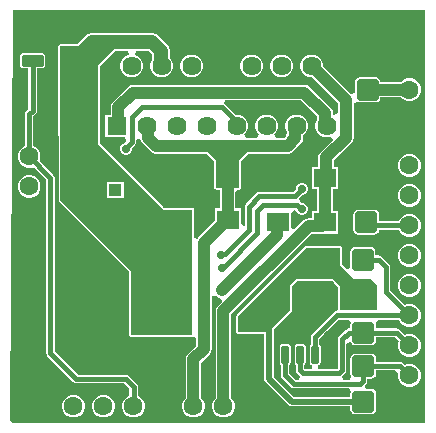
<source format=gtl>
G04*
G04 #@! TF.GenerationSoftware,Altium Limited,Altium Designer,24.6.1 (21)*
G04*
G04 Layer_Physical_Order=1*
G04 Layer_Color=255*
%FSLAX26Y26*%
%MOIN*%
G70*
G04*
G04 #@! TF.SameCoordinates,A2FE4C0D-9988-4D7F-9E23-C7A6D8233F7C*
G04*
G04*
G04 #@! TF.FilePolarity,Positive*
G04*
G01*
G75*
G04:AMPARAMS|DCode=27|XSize=70.866mil|YSize=72.441mil|CornerRadius=8.858mil|HoleSize=0mil|Usage=FLASHONLY|Rotation=270.000|XOffset=0mil|YOffset=0mil|HoleType=Round|Shape=RoundedRectangle|*
%AMROUNDEDRECTD27*
21,1,0.070866,0.054724,0,0,270.0*
21,1,0.053150,0.072441,0,0,270.0*
1,1,0.017716,-0.027362,-0.026575*
1,1,0.017716,-0.027362,0.026575*
1,1,0.017716,0.027362,0.026575*
1,1,0.017716,0.027362,-0.026575*
%
%ADD27ROUNDEDRECTD27*%
G04:AMPARAMS|DCode=28|XSize=70.866mil|YSize=72.441mil|CornerRadius=8.858mil|HoleSize=0mil|Usage=FLASHONLY|Rotation=180.000|XOffset=0mil|YOffset=0mil|HoleType=Round|Shape=RoundedRectangle|*
%AMROUNDEDRECTD28*
21,1,0.070866,0.054724,0,0,180.0*
21,1,0.053150,0.072441,0,0,180.0*
1,1,0.017716,-0.026575,0.027362*
1,1,0.017716,0.026575,0.027362*
1,1,0.017716,0.026575,-0.027362*
1,1,0.017716,-0.026575,-0.027362*
%
%ADD28ROUNDEDRECTD28*%
G04:AMPARAMS|DCode=29|XSize=39.37mil|YSize=70.866mil|CornerRadius=4.921mil|HoleSize=0mil|Usage=FLASHONLY|Rotation=90.000|XOffset=0mil|YOffset=0mil|HoleType=Round|Shape=RoundedRectangle|*
%AMROUNDEDRECTD29*
21,1,0.039370,0.061024,0,0,90.0*
21,1,0.029528,0.070866,0,0,90.0*
1,1,0.009842,0.030512,0.014764*
1,1,0.009842,0.030512,-0.014764*
1,1,0.009842,-0.030512,-0.014764*
1,1,0.009842,-0.030512,0.014764*
%
%ADD29ROUNDEDRECTD29*%
G04:AMPARAMS|DCode=30|XSize=23.622mil|YSize=57.087mil|CornerRadius=2.953mil|HoleSize=0mil|Usage=FLASHONLY|Rotation=180.000|XOffset=0mil|YOffset=0mil|HoleType=Round|Shape=RoundedRectangle|*
%AMROUNDEDRECTD30*
21,1,0.023622,0.051181,0,0,180.0*
21,1,0.017716,0.057087,0,0,180.0*
1,1,0.005906,-0.008858,0.025590*
1,1,0.005906,0.008858,0.025590*
1,1,0.005906,0.008858,-0.025590*
1,1,0.005906,-0.008858,-0.025590*
%
%ADD30ROUNDEDRECTD30*%
%ADD31R,0.074803X0.062992*%
%ADD32C,0.015748*%
%ADD33C,0.019685*%
%ADD34C,0.039370*%
%ADD35C,0.047244*%
%ADD36O,0.078740X0.157480*%
%ADD37O,0.157480X0.078740*%
%ADD38R,0.043307X0.043307*%
%ADD39C,0.043307*%
%ADD40C,0.062992*%
%ADD41R,0.063779X0.063779*%
%ADD42C,0.063779*%
%ADD43C,0.027559*%
G36*
X1387795Y11811D02*
X12606Y11811D01*
X4278Y20186D01*
X12116Y1387795D01*
X1387795D01*
Y11811D01*
D02*
G37*
%LPC*%
G36*
X916198Y1238677D02*
X901125D01*
X887199Y1232909D01*
X876540Y1222250D01*
X870772Y1208324D01*
Y1193251D01*
X876540Y1179325D01*
X887199Y1168666D01*
X901125Y1162898D01*
X916198D01*
X930124Y1168666D01*
X940783Y1179325D01*
X946551Y1193251D01*
Y1208324D01*
X940783Y1222250D01*
X930124Y1232909D01*
X916198Y1238677D01*
D02*
G37*
G36*
X816198D02*
X801125D01*
X787199Y1232909D01*
X776540Y1222250D01*
X770772Y1208324D01*
Y1193251D01*
X776540Y1179325D01*
X787199Y1168666D01*
X801125Y1162898D01*
X816198D01*
X830124Y1168666D01*
X840783Y1179325D01*
X846551Y1193251D01*
Y1208324D01*
X840783Y1222250D01*
X830124Y1232909D01*
X816198Y1238677D01*
D02*
G37*
G36*
X616198D02*
X601125D01*
X587199Y1232909D01*
X576540Y1222250D01*
X570772Y1208324D01*
Y1193251D01*
X576540Y1179325D01*
X587199Y1168666D01*
X601125Y1162898D01*
X616198D01*
X630124Y1168666D01*
X640783Y1179325D01*
X646551Y1193251D01*
Y1208324D01*
X640783Y1222250D01*
X630124Y1232909D01*
X616198Y1238677D01*
D02*
G37*
G36*
X477823Y1309730D02*
X477822Y1309730D01*
X275591D01*
X264033Y1307431D01*
X254234Y1300884D01*
X254234Y1300884D01*
X226596Y1273245D01*
X170257D01*
X165665Y1271343D01*
X163762Y1266751D01*
Y1184074D01*
X163766Y1184066D01*
X163762Y1184059D01*
X164729Y753959D01*
X165679Y751681D01*
X166631Y749381D01*
X399983Y516029D01*
Y305118D01*
X401885Y300526D01*
X406477Y298624D01*
X610236D01*
X611607Y299191D01*
X623418Y293684D01*
Y268328D01*
X596049Y240959D01*
X590372Y232463D01*
X588379Y222441D01*
X588379Y222440D01*
Y93768D01*
X582779Y88169D01*
X577071Y74388D01*
Y59471D01*
X582779Y45689D01*
X593327Y35142D01*
X607109Y29433D01*
X622025D01*
X635807Y35142D01*
X646355Y45689D01*
X652063Y59471D01*
Y74388D01*
X646355Y88169D01*
X640755Y93768D01*
Y211593D01*
X668124Y238963D01*
X673801Y247459D01*
X675795Y257480D01*
X675794Y257481D01*
Y434159D01*
X687606Y437742D01*
X689663Y434663D01*
X698159Y428986D01*
X704662Y427692D01*
X709083Y417952D01*
X709314Y415641D01*
X696049Y402376D01*
X690372Y393880D01*
X688379Y383858D01*
X688379Y383858D01*
Y93768D01*
X682779Y88169D01*
X677071Y74388D01*
Y59471D01*
X682779Y45689D01*
X693327Y35142D01*
X707109Y29433D01*
X722025D01*
X735807Y35142D01*
X746355Y45689D01*
X752063Y59471D01*
Y74388D01*
X746355Y88169D01*
X740755Y93768D01*
Y373011D01*
X1008879Y641135D01*
X1041338D01*
X1041339Y641135D01*
X1043869Y641638D01*
X1096551D01*
Y716630D01*
X1079338D01*
Y789276D01*
X1096551D01*
Y864268D01*
X1083449D01*
Y885413D01*
X1140565Y942529D01*
X1140565Y942529D01*
X1146242Y951025D01*
X1148236Y961047D01*
X1148235Y961048D01*
Y1076341D01*
X1149728Y1077598D01*
X1160046Y1081573D01*
X1161840Y1080374D01*
X1167638Y1079221D01*
X1222362D01*
X1228160Y1080374D01*
X1233074Y1083658D01*
X1236358Y1088573D01*
X1237512Y1094370D01*
Y1095859D01*
X1307806D01*
X1313406Y1090260D01*
X1327187Y1084551D01*
X1342104D01*
X1355886Y1090260D01*
X1366433Y1100807D01*
X1372142Y1114589D01*
Y1129506D01*
X1366433Y1143287D01*
X1355886Y1153835D01*
X1342104Y1159543D01*
X1327187D01*
X1313406Y1153835D01*
X1307806Y1148235D01*
X1237369D01*
X1236358Y1153317D01*
X1233074Y1158232D01*
X1228160Y1161516D01*
X1222362Y1162669D01*
X1167638D01*
X1161840Y1161516D01*
X1156926Y1158232D01*
X1153642Y1153317D01*
X1152488Y1147520D01*
Y1109334D01*
X1140678Y1105751D01*
X1140565Y1105919D01*
X1140565Y1105920D01*
X1046551Y1199934D01*
Y1208324D01*
X1040783Y1222250D01*
X1030124Y1232909D01*
X1016198Y1238677D01*
X1001125D01*
X987199Y1232909D01*
X976540Y1222250D01*
X970772Y1208324D01*
Y1193251D01*
X976540Y1179325D01*
X987199Y1168666D01*
X1001125Y1162898D01*
X1009515D01*
X1095859Y1076554D01*
Y1043649D01*
X1084048Y1037476D01*
X1080179Y1040167D01*
Y1042465D01*
X1080179Y1042466D01*
X1078186Y1052488D01*
X1072509Y1060984D01*
X1072508Y1060984D01*
X1002770Y1130723D01*
X994274Y1136399D01*
X984252Y1138393D01*
X984252Y1138393D01*
X413386D01*
X413386Y1138393D01*
X403364Y1136399D01*
X394868Y1130723D01*
X394868Y1130722D01*
X346075Y1081930D01*
X340398Y1073434D01*
X338405Y1063412D01*
X338405Y1063411D01*
Y1038677D01*
X320772D01*
Y962898D01*
X384728D01*
X390042Y951648D01*
X386065Y944779D01*
X378796Y941768D01*
X373232Y936204D01*
X370221Y928934D01*
Y921066D01*
X373232Y913796D01*
X378796Y908232D01*
X386066Y905221D01*
X393934D01*
X401204Y908232D01*
X406768Y913796D01*
X409779Y921066D01*
Y927970D01*
X420003Y938193D01*
X423069Y942783D01*
X424146Y948196D01*
Y953470D01*
X435957Y959373D01*
X437888Y957924D01*
X439137Y951646D01*
X444814Y943150D01*
X471482Y916482D01*
X471482Y916482D01*
X479978Y910805D01*
X490000Y908812D01*
X490000Y908812D01*
X656807D01*
X681992Y883626D01*
X683045Y795198D01*
X684008Y792949D01*
X684945Y790688D01*
Y789276D01*
X688345D01*
X689539Y788781D01*
X702158D01*
Y726472D01*
X684945D01*
Y683030D01*
X631088Y629174D01*
X628542Y625362D01*
X616731Y628945D01*
Y721958D01*
X614828Y726550D01*
X610236Y728452D01*
X517695Y728452D01*
X301770Y944378D01*
X301770Y1198097D01*
X352998Y1249325D01*
X395968D01*
X398317Y1237514D01*
X387199Y1232909D01*
X376540Y1222250D01*
X370772Y1208324D01*
Y1193251D01*
X376540Y1179325D01*
X387199Y1168666D01*
X401125Y1162898D01*
X416198D01*
X430124Y1168666D01*
X440783Y1179325D01*
X446551Y1193251D01*
Y1208324D01*
X440783Y1222250D01*
X430124Y1232909D01*
X419005Y1237514D01*
X421355Y1249325D01*
X465312D01*
X475295Y1239342D01*
Y1219245D01*
X470772Y1208324D01*
Y1193251D01*
X476540Y1179325D01*
X487199Y1168666D01*
X501125Y1162898D01*
X516198D01*
X530124Y1168666D01*
X540783Y1179325D01*
X546551Y1193251D01*
Y1208324D01*
X540783Y1222250D01*
X535700Y1227333D01*
Y1251852D01*
X535700Y1251853D01*
X533401Y1263410D01*
X526854Y1273209D01*
X526854Y1273209D01*
X499179Y1300884D01*
X489380Y1307431D01*
X477823Y1309730D01*
D02*
G37*
G36*
X1342104Y907181D02*
X1327187D01*
X1313406Y901473D01*
X1302858Y890925D01*
X1297150Y877143D01*
Y862227D01*
X1302858Y848445D01*
X1313406Y837897D01*
X1327187Y832189D01*
X1342104D01*
X1355886Y837897D01*
X1366433Y848445D01*
X1372142Y862227D01*
Y877143D01*
X1366433Y890925D01*
X1355886Y901473D01*
X1342104Y907181D01*
D02*
G37*
G36*
X74388Y836709D02*
X59471D01*
X45689Y831000D01*
X35142Y820452D01*
X29433Y806671D01*
Y791754D01*
X35142Y777973D01*
X45689Y767425D01*
X59471Y761717D01*
X74388D01*
X88169Y767425D01*
X98717Y777973D01*
X104425Y791754D01*
Y806671D01*
X98717Y820452D01*
X88169Y831000D01*
X74388Y836709D01*
D02*
G37*
G36*
X1342104Y807181D02*
X1327187D01*
X1313406Y801473D01*
X1302858Y790925D01*
X1297150Y777143D01*
Y762227D01*
X1302858Y748445D01*
X1313406Y737897D01*
X1327187Y732189D01*
X1342104D01*
X1355886Y737897D01*
X1366433Y748445D01*
X1372142Y762227D01*
Y777143D01*
X1366433Y790925D01*
X1355886Y801473D01*
X1342104Y807181D01*
D02*
G37*
G36*
X1217362Y721724D02*
X1162638D01*
X1156840Y720571D01*
X1151926Y717287D01*
X1148642Y712372D01*
X1147488Y706575D01*
Y653425D01*
X1148642Y647628D01*
X1151926Y642713D01*
X1156840Y639429D01*
X1162638Y638276D01*
X1217362D01*
X1223160Y639429D01*
X1228074Y642713D01*
X1231358Y647628D01*
X1232512Y653425D01*
Y655145D01*
X1300083D01*
X1302858Y648445D01*
X1313406Y637897D01*
X1327187Y632189D01*
X1342104D01*
X1355886Y637897D01*
X1366433Y648445D01*
X1372142Y662227D01*
Y677143D01*
X1366433Y690925D01*
X1355886Y701473D01*
X1342104Y707181D01*
X1327187D01*
X1313406Y701473D01*
X1302858Y690925D01*
X1299757Y683437D01*
X1232512D01*
Y706575D01*
X1231358Y712372D01*
X1228074Y717287D01*
X1223160Y720571D01*
X1217362Y721724D01*
D02*
G37*
G36*
X1342104Y607181D02*
X1327187D01*
X1313406Y601473D01*
X1302858Y590925D01*
X1297150Y577143D01*
Y562227D01*
X1302858Y548445D01*
X1313406Y537897D01*
X1327187Y532189D01*
X1342104D01*
X1355886Y537897D01*
X1366433Y548445D01*
X1372142Y562227D01*
Y577143D01*
X1366433Y590925D01*
X1355886Y601473D01*
X1342104Y607181D01*
D02*
G37*
G36*
Y507181D02*
X1327187D01*
X1313406Y501473D01*
X1302858Y490925D01*
X1297150Y477143D01*
Y462227D01*
X1302858Y448445D01*
X1313406Y437897D01*
X1327187Y432189D01*
X1342104D01*
X1355886Y437897D01*
X1366433Y448445D01*
X1372142Y462227D01*
Y477143D01*
X1366433Y490925D01*
X1355886Y501473D01*
X1342104Y507181D01*
D02*
G37*
G36*
X1102362Y600983D02*
X992126D01*
X987534Y599080D01*
X759187Y370734D01*
X757285Y366142D01*
Y314961D01*
X759187Y310368D01*
X763779Y308466D01*
X849989D01*
Y158858D01*
X851218Y152677D01*
X854720Y147436D01*
X931688Y70468D01*
X936929Y66966D01*
X943110Y65737D01*
X1137488D01*
Y55315D01*
X1138642Y49518D01*
X1141926Y44603D01*
X1146840Y41319D01*
X1152638Y40166D01*
X1207362D01*
X1213160Y41319D01*
X1218074Y44603D01*
X1221358Y49518D01*
X1222512Y55315D01*
Y108465D01*
X1221358Y114262D01*
X1218074Y119177D01*
X1213160Y122461D01*
X1207362Y123614D01*
X1191097D01*
X1186205Y135425D01*
X1190003Y139222D01*
X1193069Y143812D01*
X1194146Y149225D01*
Y158276D01*
X1207362D01*
X1213160Y159429D01*
X1218074Y162713D01*
X1221358Y167628D01*
X1222512Y173425D01*
Y185854D01*
X1287974D01*
X1297150Y177143D01*
Y162227D01*
X1302858Y148445D01*
X1313406Y137897D01*
X1327187Y132189D01*
X1342104D01*
X1355886Y137897D01*
X1366433Y148445D01*
X1372142Y162227D01*
Y177143D01*
X1366433Y190925D01*
X1355886Y201473D01*
X1342104Y207181D01*
X1327187D01*
X1318303Y203501D01*
X1311801Y210003D01*
X1307212Y213069D01*
X1301799Y214146D01*
X1222512D01*
Y226575D01*
X1221358Y232372D01*
X1218074Y237287D01*
X1213160Y240571D01*
X1207362Y241724D01*
X1152638D01*
X1146840Y240571D01*
X1141926Y237287D01*
X1138642Y232372D01*
X1137488Y226575D01*
Y173425D01*
X1138642Y167628D01*
X1139758Y165957D01*
X1135592Y155380D01*
X1134526Y154146D01*
X1112332D01*
X1109209Y165957D01*
X1111014Y167163D01*
X1120239Y176388D01*
X1123305Y180977D01*
X1124382Y186390D01*
Y274704D01*
X1127411Y276685D01*
X1138642Y279517D01*
X1141926Y274603D01*
X1146840Y271319D01*
X1152638Y270166D01*
X1207362D01*
X1213160Y271319D01*
X1218074Y274603D01*
X1221358Y279518D01*
X1222512Y285315D01*
Y297744D01*
X1286582D01*
X1300088Y284237D01*
X1297150Y277143D01*
Y262227D01*
X1302858Y248445D01*
X1313406Y237897D01*
X1327187Y232189D01*
X1342104D01*
X1355886Y237897D01*
X1366433Y248445D01*
X1372142Y262227D01*
Y277143D01*
X1366433Y290925D01*
X1355886Y301473D01*
X1342104Y307181D01*
X1327187D01*
X1320093Y304243D01*
X1302444Y321892D01*
X1297854Y324959D01*
X1292441Y326036D01*
X1222512D01*
Y338465D01*
X1221465Y343728D01*
X1221418Y344363D01*
X1228028Y355539D01*
X1299920D01*
X1302858Y348445D01*
X1313406Y337897D01*
X1327187Y332189D01*
X1342104D01*
X1355886Y337897D01*
X1366433Y348445D01*
X1372142Y362227D01*
Y377143D01*
X1366433Y390925D01*
X1355886Y401473D01*
X1342104Y407181D01*
X1327187D01*
X1320093Y404243D01*
X1270051Y454285D01*
Y531496D01*
X1268975Y536909D01*
X1265908Y541499D01*
X1242404Y565003D01*
X1237815Y568069D01*
X1232402Y569146D01*
X1220779D01*
Y582362D01*
X1219626Y588160D01*
X1216342Y593074D01*
X1211427Y596358D01*
X1205630Y597511D01*
X1152480D01*
X1146683Y596358D01*
X1141768Y593074D01*
X1138484Y588160D01*
X1137331Y582362D01*
Y528557D01*
X1135220Y526751D01*
X1126218Y522967D01*
X1108857Y540328D01*
Y594488D01*
X1106954Y599080D01*
X1102362Y600983D01*
D02*
G37*
G36*
X109252Y1244403D02*
X48228D01*
X43967Y1243555D01*
X40355Y1241142D01*
X37941Y1237529D01*
X37093Y1233268D01*
Y1203740D01*
X37941Y1199479D01*
X40355Y1195866D01*
X43967Y1193453D01*
X48228Y1192605D01*
X64594D01*
Y1057041D01*
X56926Y1049373D01*
X53860Y1044783D01*
X52783Y1039370D01*
Y933939D01*
X45689Y931000D01*
X35142Y920452D01*
X29433Y906671D01*
Y891754D01*
X35142Y877973D01*
X45689Y867425D01*
X59471Y861717D01*
X74388D01*
X81481Y864655D01*
X123650Y822487D01*
Y244095D01*
X124726Y238681D01*
X127793Y234092D01*
X214407Y147478D01*
X218996Y144411D01*
X224410Y143334D01*
X383904D01*
X400854Y126385D01*
Y101835D01*
X393327Y98717D01*
X382779Y88169D01*
X377071Y74388D01*
Y59471D01*
X382779Y45689D01*
X393327Y35142D01*
X407108Y29433D01*
X422025D01*
X435807Y35142D01*
X446354Y45689D01*
X452063Y59471D01*
Y74388D01*
X446354Y88169D01*
X435807Y98717D01*
X429146Y101476D01*
Y132244D01*
X428069Y137658D01*
X425003Y142247D01*
X399767Y167483D01*
X395177Y170549D01*
X389764Y171626D01*
X230269D01*
X151941Y249954D01*
Y828346D01*
X150864Y833760D01*
X147798Y838349D01*
X101487Y884660D01*
X104425Y891754D01*
Y906671D01*
X98717Y920452D01*
X88169Y931000D01*
X81075Y933939D01*
Y1033511D01*
X88743Y1041178D01*
X91809Y1045768D01*
X92886Y1051181D01*
Y1192605D01*
X109252D01*
X113513Y1193453D01*
X117126Y1195866D01*
X119540Y1199479D01*
X120387Y1203740D01*
Y1233268D01*
X119540Y1237529D01*
X117126Y1241142D01*
X113513Y1243555D01*
X109252Y1244403D01*
D02*
G37*
G36*
X322025Y104425D02*
X307108D01*
X293327Y98717D01*
X282779Y88169D01*
X277071Y74388D01*
Y59471D01*
X282779Y45689D01*
X293327Y35142D01*
X307108Y29433D01*
X322025D01*
X335807Y35142D01*
X346354Y45689D01*
X352063Y59471D01*
Y74388D01*
X346354Y88169D01*
X335807Y98717D01*
X322025Y104425D01*
D02*
G37*
G36*
X222025D02*
X207108D01*
X193327Y98717D01*
X182779Y88169D01*
X177071Y74388D01*
Y59471D01*
X182779Y45689D01*
X193327Y35142D01*
X207108Y29433D01*
X222025D01*
X235807Y35142D01*
X246355Y45689D01*
X252063Y59471D01*
Y74388D01*
X246355Y88169D01*
X235807Y98717D01*
X222025Y104425D01*
D02*
G37*
%LPD*%
G36*
X1025182Y1034238D02*
X1026540Y1022250D01*
X1020772Y1008324D01*
Y993251D01*
X1026540Y979325D01*
X1037199Y968666D01*
X1051125Y962898D01*
X1066198D01*
X1072959Y965698D01*
X1079650Y955685D01*
X1038743Y914778D01*
X1033066Y906282D01*
X1031072Y896260D01*
X1031072Y896260D01*
Y864268D01*
X1009748D01*
Y789276D01*
X1026961D01*
Y716630D01*
X1009748D01*
Y693511D01*
X998032D01*
X988010Y691518D01*
X979514Y685841D01*
X979514Y685841D01*
X949983Y656310D01*
X939071Y660830D01*
Y712150D01*
X939213Y712359D01*
X949023Y721119D01*
X949516Y721077D01*
X957334Y718700D01*
X959610Y713205D01*
X965174Y707641D01*
X972444Y704630D01*
X980312D01*
X987582Y707641D01*
X993146Y713205D01*
X996158Y720475D01*
Y728344D01*
X993146Y735614D01*
X987582Y741178D01*
X980312Y744189D01*
X975253D01*
X971250Y748192D01*
X970115Y748950D01*
X967731Y760222D01*
X968066Y763021D01*
X976604Y771559D01*
X980312D01*
X987582Y774570D01*
X993146Y780134D01*
X996158Y787404D01*
Y795273D01*
X993146Y802543D01*
X987582Y808107D01*
X980312Y811118D01*
X972444D01*
X965174Y808107D01*
X959610Y802543D01*
X956598Y795273D01*
Y791564D01*
X946896Y781862D01*
X834646D01*
X829232Y780785D01*
X824643Y777719D01*
X789210Y742286D01*
X786144Y737697D01*
X785067Y732284D01*
Y670055D01*
X783559Y669047D01*
X771748Y675360D01*
Y726472D01*
X754535D01*
Y780429D01*
X762886Y788781D01*
X767717Y788781D01*
X767717Y788782D01*
X768910Y789275D01*
X771748D01*
X774211Y795275D01*
X774211Y800067D01*
X774211Y884121D01*
X798902Y908812D01*
X928448D01*
X928449Y908812D01*
X938471Y910805D01*
X946967Y916482D01*
X972509Y942024D01*
X972509Y942024D01*
X978186Y950520D01*
X980179Y960542D01*
Y968721D01*
X990783Y979325D01*
X996551Y993251D01*
Y1008324D01*
X990783Y1022250D01*
X980124Y1032909D01*
X966198Y1038677D01*
X951125D01*
X937199Y1032909D01*
X926540Y1022250D01*
X920772Y1008324D01*
Y993251D01*
X926540Y979325D01*
X924169Y967756D01*
X917601Y961188D01*
X889350D01*
X884457Y972999D01*
X890783Y979325D01*
X896551Y993251D01*
Y1008324D01*
X890783Y1022250D01*
X880124Y1032909D01*
X866198Y1038677D01*
X851125D01*
X837199Y1032909D01*
X826540Y1022250D01*
X820772Y1008324D01*
Y993251D01*
X826540Y979325D01*
X832865Y972999D01*
X827973Y961188D01*
X789350D01*
X784457Y972999D01*
X790783Y979325D01*
X796551Y993251D01*
Y1008324D01*
X790783Y1022250D01*
X780124Y1032909D01*
X766198Y1038677D01*
X753966D01*
X719648Y1072995D01*
X717836Y1074206D01*
X720943Y1086016D01*
X973404D01*
X1025182Y1034238D01*
D02*
G37*
G36*
X804331Y923425D02*
X767716Y886811D01*
X767716Y795276D01*
X689539D01*
X688455Y886348D01*
X650591Y924212D01*
Y952756D01*
X804331D01*
Y923425D01*
D02*
G37*
G36*
X354331Y1259842D02*
X295276Y1200787D01*
X295276Y941688D01*
X515005Y721958D01*
X610236Y721958D01*
Y305118D01*
X406477D01*
Y518719D01*
X171223Y753973D01*
X170257Y1184074D01*
Y1266751D01*
X295276D01*
X298210Y1269685D01*
X354331D01*
Y1259842D01*
D02*
G37*
%LPC*%
G36*
X381984Y815055D02*
X326677D01*
Y759748D01*
X381984D01*
Y815055D01*
D02*
G37*
%LPD*%
G36*
X1102362Y537638D02*
X1147874Y492126D01*
X1204724D01*
X1226000Y470850D01*
Y385827D01*
X1102362D01*
Y466638D01*
X1087175Y481825D01*
X1085313Y484612D01*
X1082525Y486475D01*
X1076874Y492126D01*
X960630Y492126D01*
X937992Y469488D01*
Y388632D01*
X867829Y314961D01*
X763779D01*
Y366142D01*
X992126Y594488D01*
X1102362D01*
Y537638D01*
D02*
G37*
G36*
X1138582Y344363D02*
X1138535Y343728D01*
X1137488Y338465D01*
Y326036D01*
X1131890D01*
X1126476Y324959D01*
X1121887Y321892D01*
X1100234Y300239D01*
X1097167Y295650D01*
X1096090Y290236D01*
Y192250D01*
X1095152Y191311D01*
X1029831D01*
X1028858Y202719D01*
X1035710Y205557D01*
X1038549Y212410D01*
Y263591D01*
X1035710Y270443D01*
X1034146Y271091D01*
Y292141D01*
X1097544Y355539D01*
X1131972D01*
X1138582Y344363D01*
D02*
G37*
G36*
X1077933Y481882D02*
X1078548Y481628D01*
X1078917Y481075D01*
X1080631Y479930D01*
X1081776Y478216D01*
X1082329Y477847D01*
X1082583Y477232D01*
X1095868Y463948D01*
Y385827D01*
X1086272Y382754D01*
X1081682Y379688D01*
X1009997Y308003D01*
X1006931Y303413D01*
X1005854Y298000D01*
Y271091D01*
X1004290Y270443D01*
X1001451Y263591D01*
Y212410D01*
X1004290Y205557D01*
X1011142Y202719D01*
X1010169Y191311D01*
X985084D01*
X984146Y192250D01*
Y204909D01*
X985710Y205557D01*
X988549Y212410D01*
Y263591D01*
X985710Y270443D01*
X978858Y273281D01*
X961142D01*
X954290Y270443D01*
X951451Y263591D01*
Y212410D01*
X954290Y205557D01*
X955854Y204909D01*
Y186390D01*
X956931Y180977D01*
X959997Y176388D01*
X969222Y167163D01*
X971027Y165957D01*
X967904Y154146D01*
X955859D01*
X934146Y175859D01*
Y204909D01*
X935710Y205557D01*
X938549Y212410D01*
Y263591D01*
X935710Y270443D01*
X928858Y273281D01*
X911142D01*
X904290Y270443D01*
X901451Y263591D01*
Y212410D01*
X904290Y205557D01*
X905854Y204909D01*
Y170000D01*
X906931Y164587D01*
X909997Y159997D01*
X939997Y129997D01*
X944587Y126931D01*
X950000Y125854D01*
X1132278D01*
X1138642Y114262D01*
X1137488Y108465D01*
Y98043D01*
X949801D01*
X882295Y165549D01*
Y320733D01*
X942695Y384153D01*
X943563Y386402D01*
X944486Y388632D01*
Y466798D01*
X963320Y485632D01*
X1074184Y485632D01*
X1077933Y481882D01*
D02*
G37*
D27*
X1180000Y430000D02*
D03*
Y311890D02*
D03*
X1195000Y1120945D02*
D03*
Y1239055D02*
D03*
X1180000Y81890D02*
D03*
Y200000D02*
D03*
X1190000Y798110D02*
D03*
Y680000D02*
D03*
D28*
X1060945Y555000D02*
D03*
X1179055D02*
D03*
D29*
X800000Y213976D02*
D03*
Y336024D02*
D03*
X220000Y1340000D02*
D03*
Y1217953D02*
D03*
X78740Y1218504D02*
D03*
Y1340551D02*
D03*
D30*
X1070000Y452567D02*
D03*
X1020000D02*
D03*
X970000D02*
D03*
X920000D02*
D03*
X1070000Y238000D02*
D03*
X1020000D02*
D03*
X970000D02*
D03*
X920000D02*
D03*
D31*
X1053150Y826772D02*
D03*
X895669D02*
D03*
Y679134D02*
D03*
X1053150D02*
D03*
X728346Y826772D02*
D03*
X570866D02*
D03*
X570866Y688976D02*
D03*
X728346D02*
D03*
D32*
X708661Y527559D02*
X711828D01*
X1070000Y228000D02*
Y293930D01*
X799213Y653543D02*
Y732284D01*
X718795Y573126D02*
X799213Y653543D01*
X826772Y642503D02*
Y718544D01*
X711828Y527559D02*
X826772Y642503D01*
X1020000Y238000D02*
Y298000D01*
Y236220D02*
Y238000D01*
X1180000Y149225D02*
Y200000D01*
X950000Y140000D02*
X1170775D01*
X1180000Y149225D01*
Y200000D02*
X1301799D01*
X1110236Y186390D02*
Y290236D01*
X1101011Y177165D02*
X1110236Y186390D01*
X979225Y177165D02*
X1101011D01*
X970000Y186390D02*
Y238000D01*
Y186390D02*
X979225Y177165D01*
X1064117Y299813D02*
X1070000Y293930D01*
X1064117Y299813D02*
Y303009D01*
X1020000Y298000D02*
X1091685Y369685D01*
X1334646D01*
X920000Y170000D02*
Y238000D01*
X799213Y732284D02*
X834646Y767716D01*
X952756D02*
X976378Y791339D01*
X834646Y767716D02*
X952756D01*
X846417Y738189D02*
X961247D01*
X826772Y718544D02*
X846417Y738189D01*
X704724Y570866D02*
X706984Y573126D01*
X718795D01*
X1200709Y669291D02*
X1334646D01*
X1255906Y448425D02*
Y531496D01*
Y448425D02*
X1334646Y369685D01*
X1292441Y311890D02*
X1334646Y269685D01*
X1180000Y311890D02*
X1292441D01*
X1131890D02*
X1180000D01*
X1332114Y169685D02*
X1334646D01*
X1301799Y200000D02*
X1332114Y169685D01*
X415000Y66929D02*
Y132244D01*
X66929Y899213D02*
Y1039370D01*
X78740Y1051181D02*
Y1218504D01*
X66929Y1039370D02*
X78740Y1051181D01*
X66929Y899213D02*
X137795Y828346D01*
Y244095D02*
Y828346D01*
X920000Y170000D02*
X950000Y140000D01*
X390000Y925000D02*
Y928196D01*
X410000Y948196D01*
Y1031063D01*
X441929Y1062992D01*
X220000Y1340000D02*
X290000D01*
X79016Y1340276D02*
X149724D01*
X1179055Y555000D02*
X1232402D01*
X1255906Y531496D01*
X389764Y157480D02*
X415000Y132244D01*
X224410Y157480D02*
X389764D01*
X137795Y244095D02*
X224410Y157480D01*
X1110236Y290236D02*
X1131890Y311890D01*
X961247Y738189D02*
X975027Y724409D01*
X976378D01*
X1190000Y680000D02*
X1200709Y669291D01*
X709646Y1062992D02*
X758661Y1013976D01*
X441929Y1062992D02*
X709646D01*
X758661Y1000787D02*
Y1013976D01*
D33*
X891732Y826772D02*
X893701Y828740D01*
X1189488Y798622D02*
Y861693D01*
X1188976Y862205D02*
X1189488Y861693D01*
X866142Y158858D02*
Y366142D01*
Y158858D02*
X943110Y81890D01*
X1180000D01*
X800000Y150000D02*
Y213976D01*
X78740Y1340551D02*
X79016Y1340276D01*
X149724D02*
X150000Y1340000D01*
X503937Y826772D02*
X570866D01*
X822835D02*
X891732D01*
X1189488Y798622D02*
X1190000Y798110D01*
D34*
X1323734Y1222047D02*
Y1232959D01*
X1057260Y830883D02*
Y896260D01*
X1122047Y961047D01*
Y1087402D01*
X1053150Y826772D02*
X1057260Y830883D01*
X998032Y667323D02*
X1041339D01*
X714567Y66929D02*
Y383858D01*
X998032Y667323D01*
X1041339D02*
X1053150Y679134D01*
X1317638Y1239055D02*
X1323734Y1232959D01*
X1195000Y1239055D02*
X1317638D01*
X1183071Y1112205D02*
X1196850Y1125984D01*
X614567Y66929D02*
Y222441D01*
X649606Y257480D01*
X892500Y637500D02*
Y675965D01*
X895669Y679134D01*
X740280Y485280D02*
X892500Y637500D01*
X708181Y453181D02*
X740280Y485280D01*
X1008661Y1200787D02*
X1122047Y1087402D01*
X1053150Y679134D02*
Y826772D01*
X893701Y828740D02*
X895669Y826772D01*
X490000Y935000D02*
X928449D01*
X728346Y688976D02*
Y826772D01*
X649606Y610656D02*
X710630Y671680D01*
X649606Y257480D02*
Y610656D01*
X463332Y961668D02*
Y996117D01*
Y961668D02*
X490000Y935000D01*
X928449D02*
X953991Y960542D01*
X458661Y1000787D02*
X463332Y996117D01*
X953991Y960542D02*
Y996117D01*
X958661Y1000787D01*
X1053991Y1005458D02*
Y1042466D01*
X413386Y1112205D02*
X984252D01*
X1053991Y1005458D02*
X1058661Y1000787D01*
X984252Y1112205D02*
X1053991Y1042466D01*
X364593Y1063412D02*
X413386Y1112205D01*
X364593Y1006719D02*
Y1063412D01*
X1196850Y1122047D02*
X1334646D01*
X358661Y1000787D02*
X364593Y1006719D01*
D35*
X236220Y1240158D02*
X275591Y1279528D01*
X477823D02*
X505498Y1251853D01*
Y1203951D02*
Y1251853D01*
X275591Y1279528D02*
X477823D01*
X505498Y1203951D02*
X508661Y1200787D01*
D36*
X305118Y403543D02*
D03*
X545276D02*
D03*
D37*
X435039Y222441D02*
D03*
D38*
X354331Y787402D02*
D03*
D39*
Y708661D02*
D03*
D40*
X1334646Y169685D02*
D03*
Y269685D02*
D03*
Y469685D02*
D03*
Y669685D02*
D03*
Y769685D02*
D03*
Y569685D02*
D03*
Y369685D02*
D03*
Y869685D02*
D03*
X714567Y66929D02*
D03*
X414567D02*
D03*
X614567D02*
D03*
X514567D02*
D03*
X314567D02*
D03*
X214567D02*
D03*
X1334646Y1022047D02*
D03*
Y1122047D02*
D03*
Y1222047D02*
D03*
X66929Y899213D02*
D03*
Y799213D02*
D03*
Y699213D02*
D03*
D41*
X358661Y1000787D02*
D03*
D42*
X558661D02*
D03*
X1058661D02*
D03*
X1008661Y1200787D02*
D03*
X958661Y1000787D02*
D03*
X908661Y1200787D02*
D03*
X858661Y1000787D02*
D03*
X808661Y1200787D02*
D03*
X758661Y1000787D02*
D03*
X708661Y1200787D02*
D03*
X658661Y1000787D02*
D03*
X608661Y1200787D02*
D03*
X508661D02*
D03*
X458661Y1000787D02*
D03*
X408661Y1200787D02*
D03*
D43*
X216024Y532008D02*
D03*
X708661Y527559D02*
D03*
X826772Y885827D02*
D03*
X610000Y885000D02*
D03*
X1188976Y862205D02*
D03*
X78740Y610236D02*
D03*
X787402Y39370D02*
D03*
X1338583Y98425D02*
D03*
X1082165Y39882D02*
D03*
X1062480Y1280039D02*
D03*
X78740Y275591D02*
D03*
Y354331D02*
D03*
X78228Y433583D02*
D03*
X78740Y531496D02*
D03*
X117598Y59567D02*
D03*
X58543D02*
D03*
X1338583Y39370D02*
D03*
X452244Y886339D02*
D03*
X1023110Y1339094D02*
D03*
X452244D02*
D03*
X373504D02*
D03*
X1338071D02*
D03*
X1064117Y303009D02*
D03*
X1043307Y382874D02*
D03*
X976378Y724409D02*
D03*
X390000Y925000D02*
D03*
X800000Y150000D02*
D03*
X976378Y791339D02*
D03*
X740280Y485280D02*
D03*
X708181Y453181D02*
D03*
X290000Y1340000D02*
D03*
X150000D02*
D03*
X822835Y826772D02*
D03*
X503937D02*
D03*
X866142Y421260D02*
D03*
Y366142D02*
D03*
X990158Y382874D02*
D03*
X964567Y331693D02*
D03*
X704724Y570866D02*
D03*
M02*

</source>
